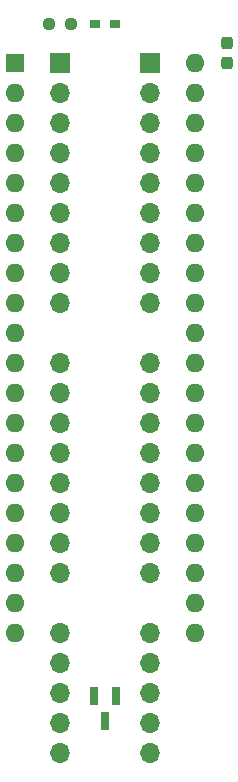
<source format=gbr>
G04 #@! TF.GenerationSoftware,KiCad,Pcbnew,9.0.6-9.0.6~ubuntu25.10.1*
G04 #@! TF.CreationDate,2025-12-24T22:54:59+09:00*
G04 #@! TF.ProjectId,bionic-p8086,62696f6e-6963-42d7-9038-3038362e6b69,1*
G04 #@! TF.SameCoordinates,Original*
G04 #@! TF.FileFunction,Soldermask,Top*
G04 #@! TF.FilePolarity,Negative*
%FSLAX46Y46*%
G04 Gerber Fmt 4.6, Leading zero omitted, Abs format (unit mm)*
G04 Created by KiCad (PCBNEW 9.0.6-9.0.6~ubuntu25.10.1) date 2025-12-24 22:54:59*
%MOMM*%
%LPD*%
G01*
G04 APERTURE LIST*
G04 Aperture macros list*
%AMRoundRect*
0 Rectangle with rounded corners*
0 $1 Rounding radius*
0 $2 $3 $4 $5 $6 $7 $8 $9 X,Y pos of 4 corners*
0 Add a 4 corners polygon primitive as box body*
4,1,4,$2,$3,$4,$5,$6,$7,$8,$9,$2,$3,0*
0 Add four circle primitives for the rounded corners*
1,1,$1+$1,$2,$3*
1,1,$1+$1,$4,$5*
1,1,$1+$1,$6,$7*
1,1,$1+$1,$8,$9*
0 Add four rect primitives between the rounded corners*
20,1,$1+$1,$2,$3,$4,$5,0*
20,1,$1+$1,$4,$5,$6,$7,0*
20,1,$1+$1,$6,$7,$8,$9,0*
20,1,$1+$1,$8,$9,$2,$3,0*%
G04 Aperture macros list end*
%ADD10R,0.965200X0.762000*%
%ADD11RoundRect,0.237500X0.237500X-0.300000X0.237500X0.300000X-0.237500X0.300000X-0.237500X-0.300000X0*%
%ADD12R,0.660400X1.625600*%
%ADD13RoundRect,0.237500X0.250000X0.237500X-0.250000X0.237500X-0.250000X-0.237500X0.250000X-0.237500X0*%
%ADD14R,1.600000X1.600000*%
%ADD15O,1.600000X1.600000*%
%ADD16O,1.700000X1.700000*%
%ADD17R,1.700000X1.700000*%
G04 APERTURE END LIST*
D10*
X112823700Y-71778000D03*
X114576300Y-71778000D03*
D11*
X123987000Y-75080000D03*
X123987000Y-73355000D03*
D12*
X114650001Y-128624000D03*
X112749999Y-128624000D03*
X113700000Y-130756000D03*
D13*
X110779000Y-71778000D03*
X108954000Y-71778000D03*
D14*
X106080000Y-75080000D03*
D15*
X106080000Y-77620000D03*
X106080000Y-80160000D03*
X106080000Y-82700000D03*
X106080000Y-85240000D03*
X106080000Y-87780000D03*
X106080000Y-90320000D03*
X106080000Y-92860000D03*
X106080000Y-95400000D03*
X106080000Y-97940000D03*
X106080000Y-100480000D03*
X106080000Y-103020000D03*
X106080000Y-105560000D03*
X106080000Y-108100000D03*
X106080000Y-110640000D03*
X106080000Y-113180000D03*
X106080000Y-115720000D03*
X106080000Y-118260000D03*
X106080000Y-120800000D03*
X106080000Y-123340000D03*
X121320000Y-123340000D03*
X121320000Y-120800000D03*
X121320000Y-118260000D03*
X121320000Y-115720000D03*
X121320000Y-113180000D03*
X121320000Y-110640000D03*
X121320000Y-108100000D03*
X121320000Y-105560000D03*
X121320000Y-103020000D03*
X121320000Y-100480000D03*
X121320000Y-97940000D03*
X121320000Y-95400000D03*
X121320000Y-92860000D03*
X121320000Y-90320000D03*
X121320000Y-87780000D03*
X121320000Y-85240000D03*
X121320000Y-82700000D03*
X121320000Y-80160000D03*
X121320000Y-77620000D03*
X121320000Y-75080000D03*
D16*
X117510000Y-133500000D03*
X117510000Y-130960000D03*
X117510000Y-128420000D03*
X117510000Y-125880000D03*
X117510000Y-123340000D03*
X117510000Y-118260000D03*
X117510000Y-115720000D03*
X117510000Y-113180000D03*
X117510000Y-110640000D03*
X117510000Y-108100000D03*
X117510000Y-105560000D03*
X117510000Y-103020000D03*
X117510000Y-100480000D03*
X117510000Y-95400000D03*
X117510000Y-92860000D03*
X117510000Y-90320000D03*
X117510000Y-87780000D03*
X117510000Y-85240000D03*
X117510000Y-82700000D03*
X117510000Y-80160000D03*
X117510000Y-77620000D03*
D17*
X117510000Y-75080000D03*
X109890000Y-75080000D03*
D16*
X109890000Y-77620000D03*
X109890000Y-80160000D03*
X109890000Y-82700000D03*
X109890000Y-85240000D03*
X109890000Y-87780000D03*
X109890000Y-90320000D03*
X109890000Y-92860000D03*
X109890000Y-95400000D03*
X109890000Y-100480000D03*
X109890000Y-103020000D03*
X109890000Y-105560000D03*
X109890000Y-108100000D03*
X109890000Y-110640000D03*
X109890000Y-113180000D03*
X109890000Y-115720000D03*
X109890000Y-118260000D03*
X109890000Y-123340000D03*
X109890000Y-125880000D03*
X109890000Y-128420000D03*
X109890000Y-130960000D03*
X109890000Y-133500000D03*
M02*

</source>
